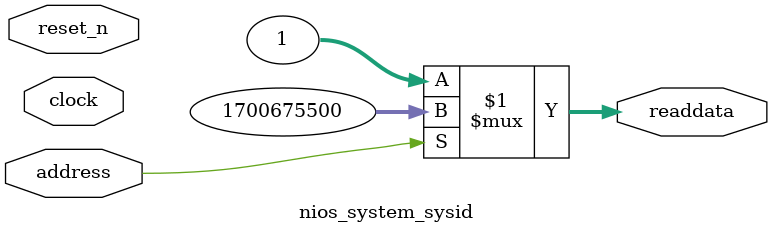
<source format=v>



// synthesis translate_off
`timescale 1ns / 1ps
// synthesis translate_on

// turn off superfluous verilog processor warnings 
// altera message_level Level1 
// altera message_off 10034 10035 10036 10037 10230 10240 10030 

module nios_system_sysid (
               // inputs:
                address,
                clock,
                reset_n,

               // outputs:
                readdata
             )
;

  output  [ 31: 0] readdata;
  input            address;
  input            clock;
  input            reset_n;

  wire    [ 31: 0] readdata;
  //control_slave, which is an e_avalon_slave
  assign readdata = address ? 1700675500 : 1;

endmodule



</source>
